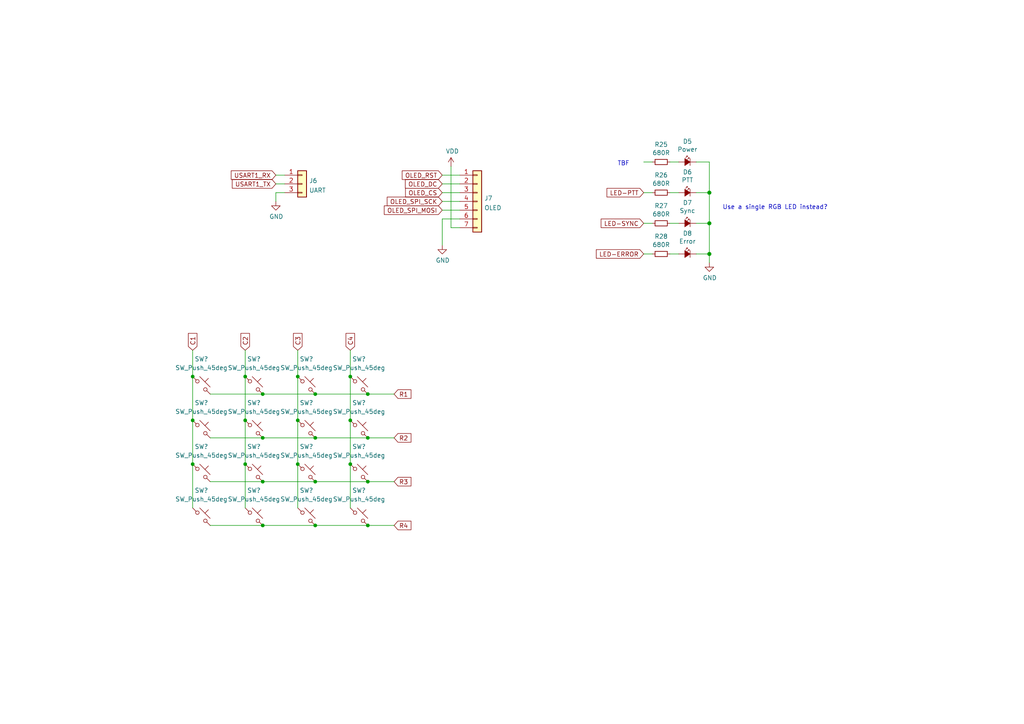
<source format=kicad_sch>
(kicad_sch (version 20211123) (generator eeschema)
  (paper "A4")
  (title_block (title "Mini17 - QRP M17 handheld") (date "2022-07-25") (rev "A") (company "M17 Project"))
  (lib_symbols
    (symbol "Connector_Generic:Conn_01x03" (pin_names (offset 1.016) hide)
      (property "Reference" "J" (at 0 5.08 0))
      (property "Value" "Conn_01x03" (at 0 -5.08 0))
      (symbol "Conn_01x03_1_1"
        (rectangle (start -1.27 -2.413) (end 0 -2.667) (stroke (width 0.1524)))
        (rectangle (start -1.27 0.127) (end 0 -0.127) (stroke (width 0.1524)))
        (rectangle (start -1.27 2.667) (end 0 2.413) (stroke (width 0.1524)))
        (rectangle (start -1.27 3.81) (end 1.27 -3.81) (stroke (width 0.254)) (fill (type background)))
        (pin passive line (at -5.08 2.54 0) (length 3.81) (name "Pin_1") (number "1"))
        (pin passive line (at -5.08 0 0) (length 3.81) (name "Pin_2") (number "2"))
        (pin passive line (at -5.08 -2.54 0) (length 3.81) (name "Pin_3") (number "3"))
      )
    )
    (symbol "Connector_Generic:Conn_01x07" (pin_names (offset 1.016) hide)
      (property "Reference" "J" (at 0 10.16 0))
      (property "Value" "Conn_01x07" (at 0 -10.16 0))
      (symbol "Conn_01x07_1_1"
        (rectangle (start -1.27 -7.493) (end 0 -7.747) (stroke (width 0.1524)))
        (rectangle (start -1.27 -4.953) (end 0 -5.207) (stroke (width 0.1524)))
        (rectangle (start -1.27 -2.413) (end 0 -2.667) (stroke (width 0.1524)))
        (rectangle (start -1.27 0.127) (end 0 -0.127) (stroke (width 0.1524)))
        (rectangle (start -1.27 2.667) (end 0 2.413) (stroke (width 0.1524)))
        (rectangle (start -1.27 5.207) (end 0 4.953) (stroke (width 0.1524)))
        (rectangle (start -1.27 7.747) (end 0 7.493) (stroke (width 0.1524)))
        (rectangle (start -1.27 8.89) (end 1.27 -8.89) (stroke (width 0.254)) (fill (type background)))
        (pin passive line (at -5.08 7.62 0) (length 3.81) (name "Pin_1") (number "1"))
        (pin passive line (at -5.08 5.08 0) (length 3.81) (name "Pin_2") (number "2"))
        (pin passive line (at -5.08 2.54 0) (length 3.81) (name "Pin_3") (number "3"))
        (pin passive line (at -5.08 0 0) (length 3.81) (name "Pin_4") (number "4"))
        (pin passive line (at -5.08 -2.54 0) (length 3.81) (name "Pin_5") (number "5"))
        (pin passive line (at -5.08 -5.08 0) (length 3.81) (name "Pin_6") (number "6"))
        (pin passive line (at -5.08 -7.62 0) (length 3.81) (name "Pin_7") (number "7"))
      )
    )
    (symbol "Switch:SW_Push_45deg" (pin_numbers hide) (pin_names (offset 1.016) hide)
      (property "Reference" "SW" (at 3.048 1.016 0))
      (property "Value" "SW_Push_45deg" (at 0 -3.81 0))
      (symbol "SW_Push_45deg_0_1"
        (circle (center -1.1684 1.1684) (radius 0.508))
        (polyline (pts (xy -0.508 2.54) (xy 2.54 -0.508)))
        (polyline (pts (xy 1.016 1.016) (xy 2.032 2.032)))
        (polyline (pts (xy -2.54 2.54) (xy -1.524 1.524) (xy -1.524 1.524)))
        (polyline (pts (xy 1.524 -1.524) (xy 2.54 -2.54) (xy 2.54 -2.54) (xy 2.54 -2.54)))
        (circle (center 1.143 -1.1938) (radius 0.508))
        (pin passive line (at -2.54 2.54 0) (length 0) (name "1") (number "1"))
        (pin passive line (at 2.54 -2.54 180) (length 0) (name "2") (number "2"))
      )
    )
    (symbol "pkl_device:pkl_Led_Small" (pin_numbers hide) (pin_names (offset 0.254) hide)
      (property "Reference" "D" (at -1.27 2.54 0))
      (property "Value" "pkl_Led_Small" (at -3.81 -2.032 0))
      (symbol "pkl_Led_Small_0_1"
        (polyline (pts (xy 0.762 -1.016) (xy 0.762 1.016)))
        (polyline (pts (xy -0.762 -1.016) (xy 0.762 0) (xy -0.762 1.016) (xy -0.762 -1.016)) (fill (type outline)))
        (polyline (pts (xy -0.508 1.27) (xy 0 1.778) (xy -0.254 1.778) (xy 0 1.778) (xy 0 1.524)))
        (polyline (pts (xy 0 0.762) (xy 0.508 1.27) (xy 0.254 1.27) (xy 0.508 1.27) (xy 0.508 1.016)))
      )
      (symbol "pkl_Led_Small_1_1"
        (pin passive line (at -2.54 0 0) (length 1.778) (name "A") (number "A"))
        (pin passive line (at 2.54 0 180) (length 1.778) (name "C") (number "C"))
      )
    )
    (symbol "pkl_device:pkl_R_Small" (pin_numbers hide) (pin_names (offset 0.254) hide)
      (property "Reference" "R" (at 0.762 0.508 0))
      (property "Value" "pkl_R_Small" (at 0.762 -1.016 0))
      (symbol "pkl_R_Small_0_1"
        (rectangle (start -0.762 1.778) (end 0.762 -1.778) (stroke (width 0.2032)))
      )
      (symbol "pkl_R_Small_1_1"
        (pin passive line (at 0 2.54 270) (length 0.762) (name "~") (number "1"))
        (pin passive line (at 0 -2.54 90) (length 0.762) (name "~") (number "2"))
      )
    )
    (symbol "power:GND" (power) (pin_names (offset 0))
      (property "Value" "GND" (at 0 -3.81 0))
      (symbol "GND_0_1"
        (polyline (pts (xy 0 0) (xy 0 -1.27) (xy 1.27 -1.27) (xy 0 -2.54) (xy -1.27 -1.27) (xy 0 -1.27)))
      )
      (symbol "GND_1_1"
        (pin power_in line (at 0 0 270) (length 0) hide (name "GND") (number "1"))
      )
    )
    (symbol "power:VDD" (power) (pin_names (offset 0))
      (property "Value" "VDD" (at 0 3.81 0))
      (symbol "VDD_0_1"
        (polyline (pts (xy -0.762 1.27) (xy 0 2.54)))
        (polyline (pts (xy 0 0) (xy 0 2.54)))
        (polyline (pts (xy 0 2.54) (xy 0.762 1.27)))
      )
      (symbol "VDD_1_1"
        (pin power_in line (at 0 0 90) (length 0) hide (name "VDD") (number "1"))
      )
    )
  )
  (junction (at 76.2 152.4))
  (junction (at 91.44 127))
  (junction (at 71.12 134.62))
  (junction (at 101.6 109.22))
  (junction (at 205.74 64.77) (diameter 1.016))
  (junction (at 86.36 134.62))
  (junction (at 55.88 134.62))
  (junction (at 91.44 114.3))
  (junction (at 106.68 152.4))
  (junction (at 86.36 109.22))
  (junction (at 91.44 139.7))
  (junction (at 55.88 121.92))
  (junction (at 91.44 152.4))
  (junction (at 106.68 139.7))
  (junction (at 106.68 114.3))
  (junction (at 76.2 114.3))
  (junction (at 76.2 127))
  (junction (at 205.74 55.88) (diameter 1.016))
  (junction (at 101.6 134.62))
  (junction (at 86.36 121.92))
  (junction (at 55.88 109.22))
  (junction (at 101.6 121.92))
  (junction (at 205.74 73.66) (diameter 1.016))
  (junction (at 71.12 121.92))
  (junction (at 76.2 139.7))
  (junction (at 71.12 109.22))
  (junction (at 106.68 127))
  (wire (pts (xy 205.74 55.88) (xy 205.74 64.77)))
  (wire (pts (xy 60.96 127) (xy 76.2 127)))
  (wire (pts (xy 128.27 50.8) (xy 133.35 50.8)))
  (wire (pts (xy 60.96 152.4) (xy 76.2 152.4)))
  (wire (pts (xy 194.31 46.99) (xy 196.85 46.99)))
  (wire (pts (xy 71.12 109.22) (xy 71.12 121.92)))
  (wire (pts (xy 91.44 152.4) (xy 106.68 152.4)))
  (wire (pts (xy 189.23 73.66) (xy 186.69 73.66)))
  (wire (pts (xy 91.44 127) (xy 106.68 127)))
  (wire (pts (xy 80.01 53.34) (xy 82.55 53.34)))
  (wire (pts (xy 201.93 46.99) (xy 205.74 46.99)))
  (wire (pts (xy 101.6 121.92) (xy 101.6 134.62)))
  (wire (pts (xy 201.93 55.88) (xy 205.74 55.88)))
  (wire (pts (xy 106.68 127) (xy 114.3 127)))
  (wire (pts (xy 133.35 63.5) (xy 128.27 63.5)))
  (wire (pts (xy 205.74 73.66) (xy 205.74 76.2)))
  (wire (pts (xy 55.88 101.6) (xy 55.88 109.22)))
  (wire (pts (xy 189.23 64.77) (xy 186.69 64.77)))
  (wire (pts (xy 189.23 55.88) (xy 186.69 55.88)))
  (wire (pts (xy 106.68 114.3) (xy 114.3 114.3)))
  (wire (pts (xy 133.35 66.04) (xy 130.81 66.04)))
  (wire (pts (xy 86.36 121.92) (xy 86.36 134.62)))
  (wire (pts (xy 205.74 64.77) (xy 205.74 73.66)))
  (wire (pts (xy 130.81 66.04) (xy 130.81 48.26)))
  (wire (pts (xy 55.88 109.22) (xy 55.88 121.92)))
  (wire (pts (xy 106.68 139.7) (xy 114.3 139.7)))
  (wire (pts (xy 76.2 139.7) (xy 91.44 139.7)))
  (wire (pts (xy 86.36 101.6) (xy 86.36 109.22)))
  (wire (pts (xy 80.01 50.8) (xy 82.55 50.8)))
  (wire (pts (xy 86.36 109.22) (xy 86.36 121.92)))
  (wire (pts (xy 205.74 46.99) (xy 205.74 55.88)))
  (wire (pts (xy 128.27 58.42) (xy 133.35 58.42)))
  (wire (pts (xy 194.31 55.88) (xy 196.85 55.88)))
  (wire (pts (xy 128.27 53.34) (xy 133.35 53.34)))
  (wire (pts (xy 76.2 114.3) (xy 91.44 114.3)))
  (wire (pts (xy 55.88 121.92) (xy 55.88 134.62)))
  (wire (pts (xy 128.27 63.5) (xy 128.27 71.12)))
  (wire (pts (xy 82.55 55.88) (xy 80.01 55.88)))
  (wire (pts (xy 189.23 46.99) (xy 186.69 46.99)))
  (wire (pts (xy 71.12 101.6) (xy 71.12 109.22)))
  (wire (pts (xy 91.44 114.3) (xy 106.68 114.3)))
  (wire (pts (xy 101.6 109.22) (xy 101.6 121.92)))
  (wire (pts (xy 201.93 64.77) (xy 205.74 64.77)))
  (wire (pts (xy 60.96 139.7) (xy 76.2 139.7)))
  (wire (pts (xy 76.2 152.4) (xy 91.44 152.4)))
  (wire (pts (xy 86.36 134.62) (xy 86.36 147.32)))
  (wire (pts (xy 80.01 55.88) (xy 80.01 58.42)))
  (wire (pts (xy 106.68 152.4) (xy 114.3 152.4)))
  (wire (pts (xy 128.27 55.88) (xy 133.35 55.88)))
  (wire (pts (xy 101.6 101.6) (xy 101.6 109.22)))
  (wire (pts (xy 60.96 114.3) (xy 76.2 114.3)))
  (wire (pts (xy 128.27 60.96) (xy 133.35 60.96)))
  (wire (pts (xy 91.44 139.7) (xy 106.68 139.7)))
  (wire (pts (xy 194.31 64.77) (xy 196.85 64.77)))
  (wire (pts (xy 76.2 127) (xy 91.44 127)))
  (wire (pts (xy 71.12 121.92) (xy 71.12 134.62)))
  (wire (pts (xy 71.12 134.62) (xy 71.12 147.32)))
  (wire (pts (xy 201.93 73.66) (xy 205.74 73.66)))
  (wire (pts (xy 55.88 134.62) (xy 55.88 147.32)))
  (wire (pts (xy 194.31 73.66) (xy 196.85 73.66)))
  (wire (pts (xy 101.6 134.62) (xy 101.6 147.32)))
  (text "TBF" (at 179.07 48.26 0) (effects (font (size 1.27 1.27)) (justify left bottom)))
  (text "Use a single RGB LED instead?" (at 209.55 60.96 0) (effects (font (size 1.27 1.27)) (justify left bottom)))
  (global_label "OLED_SPI_SCK" (shape input) (at 128.27 58.42 180) (property "Intersheet References" "${INTERSHEET_REFS}" (effects hide)))
  (global_label "OLED_DC" (shape input) (at 128.27 53.34 180) (property "Intersheet References" "${INTERSHEET_REFS}" (effects hide)))
  (global_label "C2" (shape input) (at 71.12 101.6 90) (property "Intersheet References" "${INTERSHEET_REFS}" (effects hide)))
  (global_label "R1" (shape input) (at 114.3 114.3 0) (property "Intersheet References" "${INTERSHEET_REFS}" (effects hide)))
  (global_label "R2" (shape input) (at 114.3 127 0) (property "Intersheet References" "${INTERSHEET_REFS}" (effects hide)))
  (global_label "C3" (shape input) (at 86.36 101.6 90) (property "Intersheet References" "${INTERSHEET_REFS}" (effects hide)))
  (global_label "LED-PTT" (shape input) (at 186.69 55.88 180) (property "Intersheet References" "${INTERSHEET_REFS}" (effects hide)))
  (global_label "OLED_SPI_MOSI" (shape input) (at 128.27 60.96 180) (property "Intersheet References" "${INTERSHEET_REFS}" (effects hide)))
  (global_label "R4" (shape input) (at 114.3 152.4 0) (property "Intersheet References" "${INTERSHEET_REFS}" (effects hide)))
  (global_label "LED-SYNC" (shape input) (at 186.69 64.77 180) (property "Intersheet References" "${INTERSHEET_REFS}" (effects hide)))
  (global_label "C4" (shape input) (at 101.6 101.6 90) (property "Intersheet References" "${INTERSHEET_REFS}" (effects hide)))
  (global_label "USART1_RX" (shape input) (at 80.01 50.8 180) (property "Intersheet References" "${INTERSHEET_REFS}" (effects hide)))
  (global_label "R3" (shape input) (at 114.3 139.7 0) (property "Intersheet References" "${INTERSHEET_REFS}" (effects hide)))
  (global_label "USART1_TX" (shape input) (at 80.01 53.34 180) (property "Intersheet References" "${INTERSHEET_REFS}" (effects hide)))
  (global_label "C1" (shape input) (at 55.88 101.6 90) (property "Intersheet References" "${INTERSHEET_REFS}" (effects hide)))
  (global_label "OLED_CS" (shape input) (at 128.27 55.88 180) (property "Intersheet References" "${INTERSHEET_REFS}" (effects hide)))
  (global_label "LED-ERROR" (shape input) (at 186.69 73.66 180) (property "Intersheet References" "${INTERSHEET_REFS}" (effects hide)))
  (global_label "OLED_RST" (shape input) (at 128.27 50.8 180) (property "Intersheet References" "${INTERSHEET_REFS}" (effects hide)))
  (symbol (lib_id "Switch:SW_Push_45deg") (at 58.42 124.46 0) (unit 1)
    (property "Reference" "SW?" (at 58.42 116.84 0))
    (property "Value" "SW_Push_45deg" (at 58.42 119.38 0))
    (property "Footprint" "Button_Switch_SMD:SW_Push_1P1T_NO_CK_KMR2" (effects hide))
  )
  (symbol (lib_id "pkl_device:pkl_R_Small") (at 191.77 73.66 270) (unit 1)
    (property "Reference" "R28" (at 191.77 68.58 90))
    (property "Value" "680R" (at 191.77 70.993 90))
    (property "Footprint" "Resistor_SMD:R_0402_1005Metric" (effects hide))
  )
  (symbol (lib_id "pkl_device:pkl_Led_Small") (at 199.39 73.66 0) (unit 1)
    (property "Reference" "D8" (at 199.39 67.691 0))
    (property "Value" "Error" (at 199.39 70.0024 0))
    (property "Footprint" "pkl_dipol:D_0603" (effects hide))
  )
  (symbol (lib_id "pkl_device:pkl_Led_Small") (at 199.39 55.88 0) (unit 1)
    (property "Reference" "D6" (at 199.39 49.911 0))
    (property "Value" "PTT" (at 199.39 52.2224 0))
    (property "Footprint" "pkl_dipol:D_0603" (effects hide))
  )
  (symbol (lib_id "Switch:SW_Push_45deg") (at 104.14 137.16 0) (unit 1)
    (property "Reference" "SW?" (at 104.14 129.54 0))
    (property "Value" "SW_Push_45deg" (at 104.14 132.08 0))
    (property "Footprint" "Button_Switch_SMD:SW_Push_1P1T_NO_CK_KMR2" (effects hide))
  )
  (symbol (lib_id "Switch:SW_Push_45deg") (at 73.66 124.46 0) (unit 1)
    (property "Reference" "SW?" (at 73.66 116.84 0))
    (property "Value" "SW_Push_45deg" (at 73.66 119.38 0))
    (property "Footprint" "Button_Switch_SMD:SW_Push_1P1T_NO_CK_KMR2" (effects hide))
  )
  (symbol (lib_id "Switch:SW_Push_45deg") (at 88.9 111.76 0) (unit 1)
    (property "Reference" "SW?" (at 88.9 104.14 0))
    (property "Value" "SW_Push_45deg" (at 88.9 106.68 0))
    (property "Footprint" "Button_Switch_SMD:SW_Push_1P1T_NO_CK_KMR2" (effects hide))
  )
  (symbol (lib_id "Switch:SW_Push_45deg") (at 104.14 149.86 0) (unit 1)
    (property "Reference" "SW?" (at 104.14 142.24 0))
    (property "Value" "SW_Push_45deg" (at 104.14 144.78 0))
    (property "Footprint" "Button_Switch_SMD:SW_Push_1P1T_NO_CK_KMR2" (effects hide))
  )
  (symbol (lib_id "Switch:SW_Push_45deg") (at 88.9 149.86 0) (unit 1)
    (property "Reference" "SW?" (at 88.9 142.24 0))
    (property "Value" "SW_Push_45deg" (at 88.9 144.78 0))
    (property "Footprint" "Button_Switch_SMD:SW_Push_1P1T_NO_CK_KMR2" (effects hide))
  )
  (symbol (lib_id "pkl_device:pkl_Led_Small") (at 199.39 64.77 0) (unit 1)
    (property "Reference" "D7" (at 199.39 58.801 0))
    (property "Value" "Sync" (at 199.39 61.1124 0))
    (property "Footprint" "pkl_dipol:D_0603" (effects hide))
  )
  (symbol (lib_id "pkl_device:pkl_Led_Small") (at 199.39 46.99 0) (unit 1)
    (property "Reference" "D5" (at 199.39 41.021 0))
    (property "Value" "Power" (at 199.39 43.3324 0))
    (property "Footprint" "pkl_dipol:D_0603" (effects hide))
  )
  (symbol (lib_id "Switch:SW_Push_45deg") (at 104.14 124.46 0) (unit 1)
    (property "Reference" "SW?" (at 104.14 116.84 0))
    (property "Value" "SW_Push_45deg" (at 104.14 119.38 0))
    (property "Footprint" "Button_Switch_SMD:SW_Push_1P1T_NO_CK_KMR2" (effects hide))
  )
  (symbol (lib_id "power:GND") (at 80.01 58.42 0) (unit 1)
    (property "Reference" "#PWR0197" (effects hide))
    (property "Value" "GND" (at 80.137 62.8142 0))
  )
  (symbol (lib_id "power:VDD") (at 130.81 48.26 0) (unit 1)
    (property "Reference" "#PWR0198" (effects hide))
    (property "Value" "VDD" (at 131.191 43.8658 0))
  )
  (symbol (lib_id "Switch:SW_Push_45deg") (at 104.14 111.76 0) (unit 1)
    (property "Reference" "SW?" (at 104.14 104.14 0))
    (property "Value" "SW_Push_45deg" (at 104.14 106.68 0))
    (property "Footprint" "Button_Switch_SMD:SW_Push_1P1T_NO_CK_KMR2" (effects hide))
  )
  (symbol (lib_id "Connector_Generic:Conn_01x07") (at 138.43 58.42 0) (unit 1)
    (property "Reference" "J7" (at 140.4621 57.5115 0) (effects (justify left)))
    (property "Value" "OLED" (at 140.4621 60.2866 0) (effects (justify left)))
    (property "Footprint" "Connector_PinHeader_2.54mm:PinHeader_1x07_P2.54mm_Vertical" (effects hide))
  )
  (symbol (lib_id "Switch:SW_Push_45deg") (at 88.9 124.46 0) (unit 1)
    (property "Reference" "SW?" (at 88.9 116.84 0))
    (property "Value" "SW_Push_45deg" (at 88.9 119.38 0))
    (property "Footprint" "Button_Switch_SMD:SW_Push_1P1T_NO_CK_KMR2" (effects hide))
  )
  (symbol (lib_id "pkl_device:pkl_R_Small") (at 191.77 64.77 270) (unit 1)
    (property "Reference" "R27" (at 191.77 59.69 90))
    (property "Value" "680R" (at 191.77 62.103 90))
    (property "Footprint" "Resistor_SMD:R_0402_1005Metric" (effects hide))
  )
  (symbol (lib_id "pkl_device:pkl_R_Small") (at 191.77 46.99 270) (unit 1)
    (property "Reference" "R25" (at 191.77 41.91 90))
    (property "Value" "680R" (at 191.77 44.323 90))
    (property "Footprint" "Resistor_SMD:R_0402_1005Metric" (effects hide))
  )
  (symbol (lib_id "Switch:SW_Push_45deg") (at 58.42 149.86 0) (unit 1)
    (property "Reference" "SW?" (at 58.42 142.24 0))
    (property "Value" "SW_Push_45deg" (at 58.42 144.78 0))
    (property "Footprint" "Button_Switch_SMD:SW_Push_1P1T_NO_CK_KMR2" (effects hide))
  )
  (symbol (lib_id "Switch:SW_Push_45deg") (at 58.42 137.16 0) (unit 1)
    (property "Reference" "SW?" (at 58.42 129.54 0))
    (property "Value" "SW_Push_45deg" (at 58.42 132.08 0))
    (property "Footprint" "Button_Switch_SMD:SW_Push_1P1T_NO_CK_KMR2" (effects hide))
  )
  (symbol (lib_id "pkl_device:pkl_R_Small") (at 191.77 55.88 270) (unit 1)
    (property "Reference" "R26" (at 191.77 50.8 90))
    (property "Value" "680R" (at 191.77 53.213 90))
    (property "Footprint" "Resistor_SMD:R_0402_1005Metric" (effects hide))
  )
  (symbol (lib_id "Switch:SW_Push_45deg") (at 73.66 149.86 0) (unit 1)
    (property "Reference" "SW?" (at 73.66 142.24 0))
    (property "Value" "SW_Push_45deg" (at 73.66 144.78 0))
    (property "Footprint" "Button_Switch_SMD:SW_Push_1P1T_NO_CK_KMR2" (effects hide))
  )
  (symbol (lib_id "power:GND") (at 128.27 71.12 0) (unit 1)
    (property "Reference" "#PWR0196" (effects hide))
    (property "Value" "GND" (at 128.397 75.5142 0))
  )
  (symbol (lib_id "Switch:SW_Push_45deg") (at 58.42 111.76 0) (unit 1)
    (property "Reference" "SW?" (at 58.42 104.14 0))
    (property "Value" "SW_Push_45deg" (at 58.42 106.68 0))
    (property "Footprint" "Button_Switch_SMD:SW_Push_1P1T_NO_CK_KMR2" (effects hide))
  )
  (symbol (lib_id "Switch:SW_Push_45deg") (at 88.9 137.16 0) (unit 1)
    (property "Reference" "SW?" (at 88.9 129.54 0))
    (property "Value" "SW_Push_45deg" (at 88.9 132.08 0))
    (property "Footprint" "Button_Switch_SMD:SW_Push_1P1T_NO_CK_KMR2" (effects hide))
  )
  (symbol (lib_id "Switch:SW_Push_45deg") (at 73.66 137.16 0) (unit 1)
    (property "Reference" "SW?" (at 73.66 129.54 0))
    (property "Value" "SW_Push_45deg" (at 73.66 132.08 0))
    (property "Footprint" "Button_Switch_SMD:SW_Push_1P1T_NO_CK_KMR2" (effects hide))
  )
  (symbol (lib_id "power:GND") (at 205.74 76.2 0) (unit 1)
    (property "Reference" "#PWR0195" (effects hide))
    (property "Value" "GND" (at 205.867 80.5942 0))
  )
  (symbol (lib_id "Connector_Generic:Conn_01x03") (at 87.63 53.34 0) (unit 1)
    (property "Reference" "J6" (at 89.6621 52.4315 0) (effects (justify left)))
    (property "Value" "UART" (at 89.6621 55.2066 0) (effects (justify left)))
    (property "Footprint" "Connector_PinHeader_2.54mm:PinHeader_1x03_P2.54mm_Vertical" (effects hide))
  )
  (symbol (lib_id "Switch:SW_Push_45deg") (at 73.66 111.76 0) (unit 1)
    (property "Reference" "SW?" (at 73.66 104.14 0))
    (property "Value" "SW_Push_45deg" (at 73.66 106.68 0))
    (property "Footprint" "Button_Switch_SMD:SW_Push_1P1T_NO_CK_KMR2" (effects hide))
  )
)
</source>
